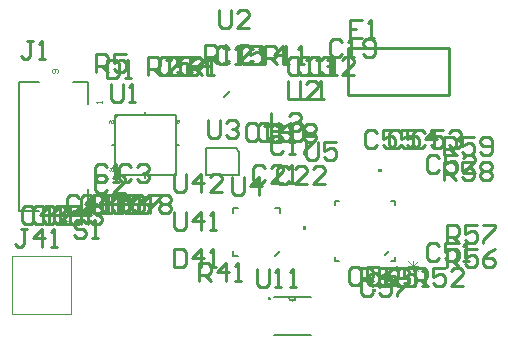
<source format=gto>
G04 Layer_Color=65535*
%FSLAX25Y25*%
%MOIN*%
G70*
G01*
G75*
%ADD34C,0.01000*%
%ADD44C,0.00600*%
%ADD45C,0.00197*%
%ADD46C,0.00800*%
%ADD47C,0.00591*%
%ADD48C,0.00500*%
%ADD49C,0.00200*%
%ADD50C,0.00300*%
G36*
X126360Y8400D02*
X124860D01*
Y9400D01*
X126360D01*
Y8400D01*
D02*
G37*
G36*
X103110Y29150D02*
X102110D01*
Y30650D01*
X103110D01*
Y29150D01*
D02*
G37*
G36*
X128360Y48400D02*
X126860D01*
Y49400D01*
X128360D01*
Y48400D01*
D02*
G37*
D34*
X117063Y89874D02*
X150528D01*
Y74126D02*
Y89874D01*
X117063Y74126D02*
X150528D01*
X117063D02*
Y89874D01*
X86600Y16098D02*
Y11100D01*
X87600Y10100D01*
X89599D01*
X90599Y11100D01*
Y16098D01*
X92598Y10100D02*
X94597D01*
X93598D01*
Y16098D01*
X92598Y15098D01*
X97596Y10100D02*
X99596D01*
X98596D01*
Y16098D01*
X97596Y15098D01*
X59100Y47830D02*
Y42831D01*
X60100Y41831D01*
X62099D01*
X63099Y42831D01*
Y47830D01*
X68097Y41831D02*
Y47830D01*
X65098Y44831D01*
X69097D01*
X75095Y41831D02*
X71096D01*
X75095Y45830D01*
Y46830D01*
X74095Y47830D01*
X72096D01*
X71096Y46830D01*
X59100Y35298D02*
Y30300D01*
X60100Y29300D01*
X62099D01*
X63099Y30300D01*
Y35298D01*
X68097Y29300D02*
Y35298D01*
X65098Y32299D01*
X69097D01*
X71096Y29300D02*
X73096D01*
X72096D01*
Y35298D01*
X71096Y34298D01*
X103100Y58398D02*
Y53400D01*
X104100Y52400D01*
X106099D01*
X107099Y53400D01*
Y58398D01*
X113097D02*
X109098D01*
Y55399D01*
X111097Y56399D01*
X112097D01*
X113097Y55399D01*
Y53400D01*
X112097Y52400D01*
X110098D01*
X109098Y53400D01*
X78313Y46728D02*
Y41730D01*
X79313Y40730D01*
X81312D01*
X82312Y41730D01*
Y46728D01*
X87310Y40730D02*
Y46728D01*
X84311Y43729D01*
X88310D01*
X70400Y65729D02*
Y60731D01*
X71400Y59732D01*
X73399D01*
X74399Y60731D01*
Y65729D01*
X76398Y64730D02*
X77398Y65729D01*
X79397D01*
X80397Y64730D01*
Y63730D01*
X79397Y62730D01*
X78397D01*
X79397D01*
X80397Y61731D01*
Y60731D01*
X79397Y59732D01*
X77398D01*
X76398Y60731D01*
X74000Y102561D02*
Y97563D01*
X75000Y96563D01*
X76999D01*
X77999Y97563D01*
Y102561D01*
X83997Y96563D02*
X79998D01*
X83997Y100562D01*
Y101561D01*
X82997Y102561D01*
X80998D01*
X79998Y101561D01*
X38150Y77948D02*
Y72950D01*
X39150Y71950D01*
X41149D01*
X42149Y72950D01*
Y77948D01*
X44148Y71950D02*
X46147D01*
X45148D01*
Y77948D01*
X44148Y76948D01*
X29699Y31430D02*
X28699Y32430D01*
X26700D01*
X25700Y31430D01*
Y30430D01*
X26700Y29430D01*
X28699D01*
X29699Y28431D01*
Y27431D01*
X28699Y26432D01*
X26700D01*
X25700Y27431D01*
X31698Y26432D02*
X33697D01*
X32698D01*
Y32430D01*
X31698Y31430D01*
X121200Y10600D02*
Y16598D01*
X124199D01*
X125199Y15598D01*
Y13599D01*
X124199Y12599D01*
X121200D01*
X123199D02*
X125199Y10600D01*
X131197Y16598D02*
X127198D01*
Y13599D01*
X129197Y14599D01*
X130197D01*
X131197Y13599D01*
Y11600D01*
X130197Y10600D01*
X128198D01*
X127198Y11600D01*
X133196Y15598D02*
X134196Y16598D01*
X136195D01*
X137195Y15598D01*
Y14599D01*
X136195Y13599D01*
X135196D01*
X136195D01*
X137195Y12599D01*
Y11600D01*
X136195Y10600D01*
X134196D01*
X133196Y11600D01*
X139200Y10600D02*
Y16598D01*
X142199D01*
X143199Y15598D01*
Y13599D01*
X142199Y12599D01*
X139200D01*
X141199D02*
X143199Y10600D01*
X149197Y16598D02*
X145198D01*
Y13599D01*
X147197Y14599D01*
X148197D01*
X149197Y13599D01*
Y11600D01*
X148197Y10600D01*
X146198D01*
X145198Y11600D01*
X155195Y10600D02*
X151196D01*
X155195Y14599D01*
Y15598D01*
X154195Y16598D01*
X152196D01*
X151196Y15598D01*
X129700Y10600D02*
Y16598D01*
X132699D01*
X133699Y15598D01*
Y13599D01*
X132699Y12599D01*
X129700D01*
X131699D02*
X133699Y10600D01*
X139697Y16598D02*
X135698D01*
Y13599D01*
X137697Y14599D01*
X138697D01*
X139697Y13599D01*
Y11600D01*
X138697Y10600D01*
X136698D01*
X135698Y11600D01*
X141696Y10600D02*
X143695D01*
X142696D01*
Y16598D01*
X141696Y15598D01*
X67400Y12331D02*
Y18330D01*
X70399D01*
X71399Y17330D01*
Y15330D01*
X70399Y14331D01*
X67400D01*
X69399D02*
X71399Y12331D01*
X76397D02*
Y18330D01*
X73398Y15330D01*
X77397D01*
X79396Y12331D02*
X81396D01*
X80396D01*
Y18330D01*
X79396Y17330D01*
X69400Y84732D02*
Y90729D01*
X72399D01*
X73399Y89730D01*
Y87730D01*
X72399Y86731D01*
X69400D01*
X71399D02*
X73399Y84732D01*
X75398D02*
X77397D01*
X76398D01*
Y90729D01*
X75398Y89730D01*
X84395Y84732D02*
X80396D01*
X84395Y88730D01*
Y89730D01*
X83395Y90729D01*
X81396D01*
X80396Y89730D01*
X89300Y84632D02*
Y90630D01*
X92299D01*
X93299Y89630D01*
Y87630D01*
X92299Y86631D01*
X89300D01*
X91299D02*
X93299Y84632D01*
X95298D02*
X97297D01*
X96298D01*
Y90630D01*
X95298Y89630D01*
X100296Y84632D02*
X102296D01*
X101296D01*
Y90630D01*
X100296Y89630D01*
X32900Y81700D02*
Y87698D01*
X35899D01*
X36899Y86698D01*
Y84699D01*
X35899Y83699D01*
X32900D01*
X34899D02*
X36899Y81700D01*
X42897Y87698D02*
X38898D01*
Y84699D01*
X40897Y85699D01*
X41897D01*
X42897Y84699D01*
Y82700D01*
X41897Y81700D01*
X39898D01*
X38898Y82700D01*
X50400Y80700D02*
Y86698D01*
X53399D01*
X54399Y85698D01*
Y83699D01*
X53399Y82699D01*
X50400D01*
X52399D02*
X54399Y80700D01*
X60397D02*
X56398D01*
X60397Y84699D01*
Y85698D01*
X59397Y86698D01*
X57398D01*
X56398Y85698D01*
X64400Y80700D02*
Y86698D01*
X67399D01*
X68399Y85698D01*
Y83699D01*
X67399Y82699D01*
X64400D01*
X66399D02*
X68399Y80700D01*
X70398D02*
X72397D01*
X71398D01*
Y86698D01*
X70398Y85698D01*
X91300Y68129D02*
Y62132D01*
X95299D01*
X97298Y67130D02*
X98298Y68129D01*
X100297D01*
X101297Y67130D01*
Y66130D01*
X100297Y65131D01*
X99297D01*
X100297D01*
X101297Y64131D01*
Y63131D01*
X100297Y62132D01*
X98298D01*
X97298Y63131D01*
X96900Y78761D02*
Y72763D01*
X100899D01*
X106897D02*
X102898D01*
X106897Y76762D01*
Y77761D01*
X105897Y78761D01*
X103898D01*
X102898Y77761D01*
X100900Y78761D02*
Y72763D01*
X104899D01*
X106898D02*
X108897D01*
X107898D01*
Y78761D01*
X106898Y77761D01*
X10099Y29530D02*
X8099D01*
X9099D01*
Y24531D01*
X8099Y23531D01*
X7100D01*
X6100Y24531D01*
X15097Y23531D02*
Y29530D01*
X12098Y26531D01*
X16097D01*
X18096Y23531D02*
X20096D01*
X19096D01*
Y29530D01*
X18096Y28530D01*
X11999Y92098D02*
X9999D01*
X10999D01*
Y87100D01*
X9999Y86100D01*
X9000D01*
X8000Y87100D01*
X13998Y86100D02*
X15997D01*
X14998D01*
Y92098D01*
X13998Y91098D01*
X121599Y99330D02*
X117600D01*
Y93331D01*
X121599D01*
X117600Y96330D02*
X119599D01*
X123598Y93331D02*
X125597D01*
X124598D01*
Y99330D01*
X123598Y98330D01*
X59000Y22898D02*
Y16900D01*
X61999D01*
X62999Y17900D01*
Y21898D01*
X61999Y22898D01*
X59000D01*
X67997Y16900D02*
Y22898D01*
X64998Y19899D01*
X68997D01*
X70996Y16900D02*
X72996D01*
X71996D01*
Y22898D01*
X70996Y21898D01*
X36800Y85998D02*
Y80000D01*
X39799D01*
X40799Y81000D01*
Y84998D01*
X39799Y85998D01*
X36800D01*
X42798Y80000D02*
X44797D01*
X43798D01*
Y85998D01*
X42798Y84998D01*
X31899Y39798D02*
X30899Y40798D01*
X28900D01*
X27900Y39798D01*
Y35800D01*
X28900Y34800D01*
X30899D01*
X31899Y35800D01*
X36897Y34800D02*
Y40798D01*
X33898Y37799D01*
X37897D01*
X39896Y34800D02*
X41895D01*
X40896D01*
Y40798D01*
X39896Y39798D01*
X44894D02*
X45894Y40798D01*
X47894D01*
X48893Y39798D01*
Y35800D01*
X47894Y34800D01*
X45894D01*
X44894Y35800D01*
Y39798D01*
X125199Y12098D02*
X124199Y13098D01*
X122200D01*
X121200Y12098D01*
Y8100D01*
X122200Y7100D01*
X124199D01*
X125199Y8100D01*
X131197Y13098D02*
X127198D01*
Y10099D01*
X129197Y11099D01*
X130197D01*
X131197Y10099D01*
Y8100D01*
X130197Y7100D01*
X128198D01*
X127198Y8100D01*
X133196Y13098D02*
X137195D01*
Y12098D01*
X133196Y8100D01*
Y7100D01*
X121399Y15698D02*
X120399Y16698D01*
X118400D01*
X117400Y15698D01*
Y11700D01*
X118400Y10700D01*
X120399D01*
X121399Y11700D01*
X127397Y16698D02*
X123398D01*
Y13699D01*
X125397Y14699D01*
X126397D01*
X127397Y13699D01*
Y11700D01*
X126397Y10700D01*
X124398D01*
X123398Y11700D01*
X133395Y16698D02*
X131395Y15698D01*
X129396Y13699D01*
Y11700D01*
X130396Y10700D01*
X132395D01*
X133395Y11700D01*
Y12699D01*
X132395Y13699D01*
X129396D01*
X126699Y61598D02*
X125699Y62598D01*
X123700D01*
X122700Y61598D01*
Y57600D01*
X123700Y56600D01*
X125699D01*
X126699Y57600D01*
X132697Y62598D02*
X128698D01*
Y59599D01*
X130697Y60599D01*
X131697D01*
X132697Y59599D01*
Y57600D01*
X131697Y56600D01*
X129698D01*
X128698Y57600D01*
X138695Y62598D02*
X134696D01*
Y59599D01*
X136696Y60599D01*
X137695D01*
X138695Y59599D01*
Y57600D01*
X137695Y56600D01*
X135696D01*
X134696Y57600D01*
X134699Y61598D02*
X133699Y62598D01*
X131700D01*
X130700Y61598D01*
Y57600D01*
X131700Y56600D01*
X133699D01*
X134699Y57600D01*
X140697Y62598D02*
X136698D01*
Y59599D01*
X138697Y60599D01*
X139697D01*
X140697Y59599D01*
Y57600D01*
X139697Y56600D01*
X137698D01*
X136698Y57600D01*
X145695Y56600D02*
Y62598D01*
X142696Y59599D01*
X146695D01*
X142699Y61598D02*
X141699Y62598D01*
X139700D01*
X138700Y61598D01*
Y57600D01*
X139700Y56600D01*
X141699D01*
X142699Y57600D01*
X148697Y62598D02*
X144698D01*
Y59599D01*
X146697Y60599D01*
X147697D01*
X148697Y59599D01*
Y57600D01*
X147697Y56600D01*
X145698D01*
X144698Y57600D01*
X150696Y61598D02*
X151696Y62598D01*
X153695D01*
X154695Y61598D01*
Y60599D01*
X153695Y59599D01*
X152696D01*
X153695D01*
X154695Y58599D01*
Y57600D01*
X153695Y56600D01*
X151696D01*
X150696Y57600D01*
X147399Y53198D02*
X146399Y54198D01*
X144400D01*
X143400Y53198D01*
Y49200D01*
X144400Y48200D01*
X146399D01*
X147399Y49200D01*
X153397Y54198D02*
X149398D01*
Y51199D01*
X151397Y52199D01*
X152397D01*
X153397Y51199D01*
Y49200D01*
X152397Y48200D01*
X150398D01*
X149398Y49200D01*
X159395Y48200D02*
X155396D01*
X159395Y52199D01*
Y53198D01*
X158395Y54198D01*
X156396D01*
X155396Y53198D01*
X147399Y23698D02*
X146399Y24698D01*
X144400D01*
X143400Y23698D01*
Y19700D01*
X144400Y18700D01*
X146399D01*
X147399Y19700D01*
X153397Y24698D02*
X149398D01*
Y21699D01*
X151397Y22699D01*
X152397D01*
X153397Y21699D01*
Y19700D01*
X152397Y18700D01*
X150398D01*
X149398Y19700D01*
X155396Y18700D02*
X157396D01*
X156396D01*
Y24698D01*
X155396Y23698D01*
X35399Y39798D02*
X34399Y40798D01*
X32400D01*
X31400Y39798D01*
Y35800D01*
X32400Y34800D01*
X34399D01*
X35399Y35800D01*
X40397Y34800D02*
Y40798D01*
X37398Y37799D01*
X41397D01*
X43396Y35800D02*
X44396Y34800D01*
X46395D01*
X47395Y35800D01*
Y39798D01*
X46395Y40798D01*
X44396D01*
X43396Y39798D01*
Y38799D01*
X44396Y37799D01*
X47395D01*
X45899Y39798D02*
X44899Y40798D01*
X42900D01*
X41900Y39798D01*
Y35800D01*
X42900Y34800D01*
X44899D01*
X45899Y35800D01*
X50897Y34800D02*
Y40798D01*
X47898Y37799D01*
X51897D01*
X53896Y39798D02*
X54896Y40798D01*
X56895D01*
X57895Y39798D01*
Y38799D01*
X56895Y37799D01*
X57895Y36799D01*
Y35800D01*
X56895Y34800D01*
X54896D01*
X53896Y35800D01*
Y36799D01*
X54896Y37799D01*
X53896Y38799D01*
Y39798D01*
X54896Y37799D02*
X56895D01*
X42399Y39798D02*
X41399Y40798D01*
X39400D01*
X38400Y39798D01*
Y35800D01*
X39400Y34800D01*
X41399D01*
X42399Y35800D01*
X47397Y34800D02*
Y40798D01*
X44398Y37799D01*
X48397D01*
X50396Y40798D02*
X54395D01*
Y39798D01*
X50396Y35800D01*
Y34800D01*
X38899Y39798D02*
X37899Y40798D01*
X35900D01*
X34900Y39798D01*
Y35800D01*
X35900Y34800D01*
X37899D01*
X38899Y35800D01*
X43897Y34800D02*
Y40798D01*
X40898Y37799D01*
X44897D01*
X50895Y40798D02*
X48895Y39798D01*
X46896Y37799D01*
Y35800D01*
X47896Y34800D01*
X49895D01*
X50895Y35800D01*
Y36799D01*
X49895Y37799D01*
X46896D01*
X15899Y36298D02*
X14899Y37298D01*
X12900D01*
X11900Y36298D01*
Y32300D01*
X12900Y31300D01*
X14899D01*
X15899Y32300D01*
X20897Y31300D02*
Y37298D01*
X17898Y34299D01*
X21897D01*
X27895Y37298D02*
X23896D01*
Y34299D01*
X25895Y35299D01*
X26895D01*
X27895Y34299D01*
Y32300D01*
X26895Y31300D01*
X24896D01*
X23896Y32300D01*
X19399Y36298D02*
X18399Y37298D01*
X16400D01*
X15400Y36298D01*
Y32300D01*
X16400Y31300D01*
X18399D01*
X19399Y32300D01*
X24397Y31300D02*
Y37298D01*
X21398Y34299D01*
X25397D01*
X30395Y31300D02*
Y37298D01*
X27396Y34299D01*
X31395D01*
X22899Y36330D02*
X21899Y37330D01*
X19900D01*
X18900Y36330D01*
Y32331D01*
X19900Y31332D01*
X21899D01*
X22899Y32331D01*
X27897Y31332D02*
Y37330D01*
X24898Y34330D01*
X28897D01*
X30896Y36330D02*
X31896Y37330D01*
X33895D01*
X34895Y36330D01*
Y35330D01*
X33895Y34330D01*
X32895D01*
X33895D01*
X34895Y33331D01*
Y32331D01*
X33895Y31332D01*
X31896D01*
X30896Y32331D01*
X12399Y36298D02*
X11399Y37298D01*
X9400D01*
X8400Y36298D01*
Y32300D01*
X9400Y31300D01*
X11399D01*
X12399Y32300D01*
X17397Y31300D02*
Y37298D01*
X14398Y34299D01*
X18397D01*
X24395Y31300D02*
X20396D01*
X24395Y35299D01*
Y36298D01*
X23395Y37298D01*
X21396D01*
X20396Y36298D01*
X27399Y39730D02*
X26399Y40730D01*
X24400D01*
X23400Y39730D01*
Y35731D01*
X24400Y34732D01*
X26399D01*
X27399Y35731D01*
X32397Y34732D02*
Y40730D01*
X29398Y37731D01*
X33397D01*
X35396Y34732D02*
X37396D01*
X36396D01*
Y40730D01*
X35396Y39730D01*
X97258Y49638D02*
X96258Y50638D01*
X94259D01*
X93260Y49638D01*
Y45639D01*
X94259Y44639D01*
X96258D01*
X97258Y45639D01*
X103256Y44639D02*
X99257D01*
X103256Y48638D01*
Y49638D01*
X102257Y50638D01*
X100257D01*
X99257Y49638D01*
X109254Y44639D02*
X105256D01*
X109254Y48638D01*
Y49638D01*
X108255Y50638D01*
X106255D01*
X105256Y49638D01*
X89299Y49707D02*
X88299Y50707D01*
X86300D01*
X85300Y49707D01*
Y45709D01*
X86300Y44709D01*
X88299D01*
X89299Y45709D01*
X95297Y44709D02*
X91298D01*
X95297Y48708D01*
Y49707D01*
X94297Y50707D01*
X92298D01*
X91298Y49707D01*
X97296Y44709D02*
X99296D01*
X98296D01*
Y50707D01*
X97296Y49707D01*
X114899Y91698D02*
X113899Y92698D01*
X111900D01*
X110900Y91698D01*
Y87700D01*
X111900Y86700D01*
X113899D01*
X114899Y87700D01*
X116898Y86700D02*
X118897D01*
X117898D01*
Y92698D01*
X116898Y91698D01*
X121896Y87700D02*
X122896Y86700D01*
X124896D01*
X125895Y87700D01*
Y91698D01*
X124896Y92698D01*
X122896D01*
X121896Y91698D01*
Y90699D01*
X122896Y89699D01*
X125895D01*
X95299Y63630D02*
X94299Y64630D01*
X92300D01*
X91300Y63630D01*
Y59631D01*
X92300Y58631D01*
X94299D01*
X95299Y59631D01*
X97298Y58631D02*
X99297D01*
X98298D01*
Y64630D01*
X97298Y63630D01*
X102296D02*
X103296Y64630D01*
X105296D01*
X106295Y63630D01*
Y62630D01*
X105296Y61630D01*
X106295Y60631D01*
Y59631D01*
X105296Y58631D01*
X103296D01*
X102296Y59631D01*
Y60631D01*
X103296Y61630D01*
X102296Y62630D01*
Y63630D01*
X103296Y61630D02*
X105296D01*
X95299Y59630D02*
X94299Y60629D01*
X92300D01*
X91300Y59630D01*
Y55631D01*
X92300Y54632D01*
X94299D01*
X95299Y55631D01*
X97298Y54632D02*
X99297D01*
X98298D01*
Y60629D01*
X97298Y59630D01*
X102296Y60629D02*
X106295D01*
Y59630D01*
X102296Y55631D01*
Y54632D01*
X86899Y63730D02*
X85899Y64729D01*
X83900D01*
X82900Y63730D01*
Y59731D01*
X83900Y58732D01*
X85899D01*
X86899Y59731D01*
X88898Y58732D02*
X90897D01*
X89898D01*
Y64729D01*
X88898Y63730D01*
X97895Y64729D02*
X95896Y63730D01*
X93897Y61730D01*
Y59731D01*
X94896Y58732D01*
X96895D01*
X97895Y59731D01*
Y60731D01*
X96895Y61730D01*
X93897D01*
X77299Y89630D02*
X76299Y90630D01*
X74300D01*
X73300Y89630D01*
Y85631D01*
X74300Y84632D01*
X76299D01*
X77299Y85631D01*
X79298Y84632D02*
X81297D01*
X80298D01*
Y90630D01*
X79298Y89630D01*
X88295Y90630D02*
X84297D01*
Y87630D01*
X86296Y88630D01*
X87296D01*
X88295Y87630D01*
Y85631D01*
X87296Y84632D01*
X85296D01*
X84297Y85631D01*
X85299Y89630D02*
X84299Y90630D01*
X82300D01*
X81300Y89630D01*
Y85631D01*
X82300Y84632D01*
X84299D01*
X85299Y85631D01*
X87298Y84632D02*
X89297D01*
X88298D01*
Y90630D01*
X87298Y89630D01*
X95296Y84632D02*
Y90630D01*
X92296Y87630D01*
X96295D01*
X100899Y85730D02*
X99899Y86730D01*
X97900D01*
X96900Y85730D01*
Y81731D01*
X97900Y80731D01*
X99899D01*
X100899Y81731D01*
X102898Y80731D02*
X104897D01*
X103898D01*
Y86730D01*
X102898Y85730D01*
X107896D02*
X108896Y86730D01*
X110896D01*
X111895Y85730D01*
Y84730D01*
X110896Y83731D01*
X109896D01*
X110896D01*
X111895Y82731D01*
Y81731D01*
X110896Y80731D01*
X108896D01*
X107896Y81731D01*
X107899Y85730D02*
X106899Y86730D01*
X104900D01*
X103900Y85730D01*
Y81731D01*
X104900Y80731D01*
X106899D01*
X107899Y81731D01*
X109898Y80731D02*
X111897D01*
X110898D01*
Y86730D01*
X109898Y85730D01*
X118895Y80731D02*
X114897D01*
X118895Y84730D01*
Y85730D01*
X117895Y86730D01*
X115896D01*
X114897Y85730D01*
X104399D02*
X103399Y86730D01*
X101400D01*
X100400Y85730D01*
Y81731D01*
X101400Y80731D01*
X103399D01*
X104399Y81731D01*
X106398Y80731D02*
X108397D01*
X107398D01*
Y86730D01*
X106398Y85730D01*
X111397Y80731D02*
X113396D01*
X112396D01*
Y86730D01*
X111397Y85730D01*
X90899Y63730D02*
X89899Y64729D01*
X87900D01*
X86900Y63730D01*
Y59731D01*
X87900Y58732D01*
X89899D01*
X90899Y59731D01*
X92898Y58732D02*
X94897D01*
X93898D01*
Y64729D01*
X92898Y63730D01*
X97896D02*
X98896Y64729D01*
X100896D01*
X101895Y63730D01*
Y59731D01*
X100896Y58732D01*
X98896D01*
X97896Y59731D01*
Y63730D01*
X61399Y85698D02*
X60399Y86698D01*
X58400D01*
X57400Y85698D01*
Y81700D01*
X58400Y80700D01*
X60399D01*
X61399Y81700D01*
X67397Y86698D02*
X65397Y85698D01*
X63398Y83699D01*
Y81700D01*
X64398Y80700D01*
X66397D01*
X67397Y81700D01*
Y82699D01*
X66397Y83699D01*
X63398D01*
X57899Y85698D02*
X56899Y86698D01*
X54900D01*
X53900Y85698D01*
Y81700D01*
X54900Y80700D01*
X56899D01*
X57899Y81700D01*
X63897Y86698D02*
X59898D01*
Y83699D01*
X61897Y84699D01*
X62897D01*
X63897Y83699D01*
Y81700D01*
X62897Y80700D01*
X60898D01*
X59898Y81700D01*
X64899Y85698D02*
X63899Y86698D01*
X61900D01*
X60900Y85698D01*
Y81700D01*
X61900Y80700D01*
X63899D01*
X64899Y81700D01*
X69897Y80700D02*
Y86698D01*
X66898Y83699D01*
X70897D01*
X44799Y50098D02*
X43799Y51098D01*
X41800D01*
X40800Y50098D01*
Y46100D01*
X41800Y45100D01*
X43799D01*
X44799Y46100D01*
X46798Y50098D02*
X47798Y51098D01*
X49797D01*
X50797Y50098D01*
Y49099D01*
X49797Y48099D01*
X48797D01*
X49797D01*
X50797Y47099D01*
Y46100D01*
X49797Y45100D01*
X47798D01*
X46798Y46100D01*
X36799Y46598D02*
X35799Y47598D01*
X33800D01*
X32800Y46598D01*
Y42600D01*
X33800Y41600D01*
X35799D01*
X36799Y42600D01*
X42797Y41600D02*
X38798D01*
X42797Y45599D01*
Y46598D01*
X41797Y47598D01*
X39798D01*
X38798Y46598D01*
X36799Y50098D02*
X35799Y51098D01*
X33800D01*
X32800Y50098D01*
Y46100D01*
X33800Y45100D01*
X35799D01*
X36799Y46100D01*
X38798Y45100D02*
X40797D01*
X39798D01*
Y51098D01*
X38798Y50098D01*
X149900Y16700D02*
Y22698D01*
X152899D01*
X153899Y21698D01*
Y19699D01*
X152899Y18699D01*
X149900D01*
X151899D02*
X153899Y16700D01*
X159897Y22698D02*
X155898D01*
Y19699D01*
X157897Y20699D01*
X158897D01*
X159897Y19699D01*
Y17700D01*
X158897Y16700D01*
X156898D01*
X155898Y17700D01*
X165895Y22698D02*
X163895Y21698D01*
X161896Y19699D01*
Y17700D01*
X162896Y16700D01*
X164895D01*
X165895Y17700D01*
Y18699D01*
X164895Y19699D01*
X161896D01*
X149900Y24700D02*
Y30698D01*
X152899D01*
X153899Y29698D01*
Y27699D01*
X152899Y26699D01*
X149900D01*
X151899D02*
X153899Y24700D01*
X159897Y30698D02*
X155898D01*
Y27699D01*
X157897Y28699D01*
X158897D01*
X159897Y27699D01*
Y25700D01*
X158897Y24700D01*
X156898D01*
X155898Y25700D01*
X161896Y30698D02*
X165895D01*
Y29698D01*
X161896Y25700D01*
Y24700D01*
X148900Y45700D02*
Y51698D01*
X151899D01*
X152899Y50698D01*
Y48699D01*
X151899Y47699D01*
X148900D01*
X150899D02*
X152899Y45700D01*
X158897Y51698D02*
X154898D01*
Y48699D01*
X156897Y49699D01*
X157897D01*
X158897Y48699D01*
Y46700D01*
X157897Y45700D01*
X155898D01*
X154898Y46700D01*
X160896Y50698D02*
X161896Y51698D01*
X163895D01*
X164895Y50698D01*
Y49699D01*
X163895Y48699D01*
X164895Y47699D01*
Y46700D01*
X163895Y45700D01*
X161896D01*
X160896Y46700D01*
Y47699D01*
X161896Y48699D01*
X160896Y49699D01*
Y50698D01*
X161896Y48699D02*
X163895D01*
X148900Y54200D02*
Y60198D01*
X151899D01*
X152899Y59198D01*
Y57199D01*
X151899Y56199D01*
X148900D01*
X150899D02*
X152899Y54200D01*
X158897Y60198D02*
X154898D01*
Y57199D01*
X156897Y58199D01*
X157897D01*
X158897Y57199D01*
Y55200D01*
X157897Y54200D01*
X155898D01*
X154898Y55200D01*
X160896D02*
X161896Y54200D01*
X163895D01*
X164895Y55200D01*
Y59198D01*
X163895Y60198D01*
X161896D01*
X160896Y59198D01*
Y58199D01*
X161896Y57199D01*
X164895D01*
D44*
X97300Y6800D02*
G03*
X99700Y6800I1200J0D01*
G01*
X92200D02*
X104800D01*
X92200Y-5800D02*
X104800D01*
X39450Y47450D02*
Y67550D01*
X59550D01*
Y47450D02*
Y67550D01*
X39450Y47450D02*
X59550D01*
X39450Y66566D02*
X40434Y67550D01*
X49500Y46450D02*
Y47450D01*
Y67550D02*
Y68550D01*
X59550Y57500D02*
X60550D01*
X38450D02*
X39450D01*
X7500Y78350D02*
X14040D01*
X25360Y35650D02*
X30500D01*
Y42679D01*
X25360Y78350D02*
X30500D01*
X7500Y35650D02*
Y78350D01*
Y35650D02*
X14040D01*
X30500Y71321D02*
Y78350D01*
X112660Y38850D02*
X113961D01*
X132560Y37550D02*
Y38850D01*
Y18950D02*
Y20250D01*
X112660Y18950D02*
X113961D01*
X112660Y37550D02*
Y38850D01*
X131260D02*
X132560D01*
X129420Y20810D02*
X130700Y22090D01*
X112660Y18950D02*
Y20250D01*
X131260Y18950D02*
X132560D01*
D45*
X5158Y1114D02*
X24843D01*
X5158D02*
Y20405D01*
X24843D01*
Y1114D02*
Y20405D01*
D46*
X75616Y73522D02*
X77585Y75422D01*
D47*
X69732Y56394D02*
X79673D01*
X69732Y47339D02*
Y56394D01*
Y47339D02*
X80756D01*
Y55311D01*
X79673Y56394D02*
X80756Y55311D01*
D48*
X94406Y34808D02*
Y36383D01*
X92831D02*
X94406D01*
X78632Y34808D02*
Y36383D01*
X80231D01*
X78632Y20609D02*
Y22209D01*
Y20609D02*
X80231D01*
X92831D02*
X94406Y22209D01*
D49*
X90500Y6833D02*
X91166Y6167D01*
X90500D02*
X91166Y6833D01*
X90500Y6500D02*
X91166D01*
X90833Y6167D02*
Y6833D01*
D50*
X60000Y65167D02*
X60167Y65000D01*
X60500D01*
X60666Y65167D01*
Y65833D01*
X60500Y66000D01*
X60167D01*
X60000Y65833D01*
Y65666D01*
X60167Y65500D01*
X60666D01*
X38500Y65000D02*
X38833D01*
X38667D01*
Y66000D01*
X38500Y65833D01*
X38166Y50000D02*
X37833D01*
X38000D01*
Y49167D01*
X37833Y49000D01*
X37667D01*
X37500Y49167D01*
Y65000D02*
Y65666D01*
X37833Y66000D01*
X38166Y65666D01*
Y65000D01*
Y65500D01*
X37500D01*
X38500Y49000D02*
X38833D01*
X38667D01*
Y50000D01*
X38500Y49833D01*
X20167Y81500D02*
X20500Y81833D01*
Y82500D01*
X20167Y82833D01*
X18834D01*
X18501Y82500D01*
Y81833D01*
X18834Y81500D01*
X19167D01*
X19500Y81833D01*
Y82833D01*
X35000Y71500D02*
Y72166D01*
Y71833D01*
X33001D01*
X33334Y71500D01*
X140510Y15361D02*
X137178Y18693D01*
X140510D02*
X137178Y15361D01*
X140510Y17027D02*
X137178D01*
X138844Y18693D02*
Y15361D01*
M02*

</source>
